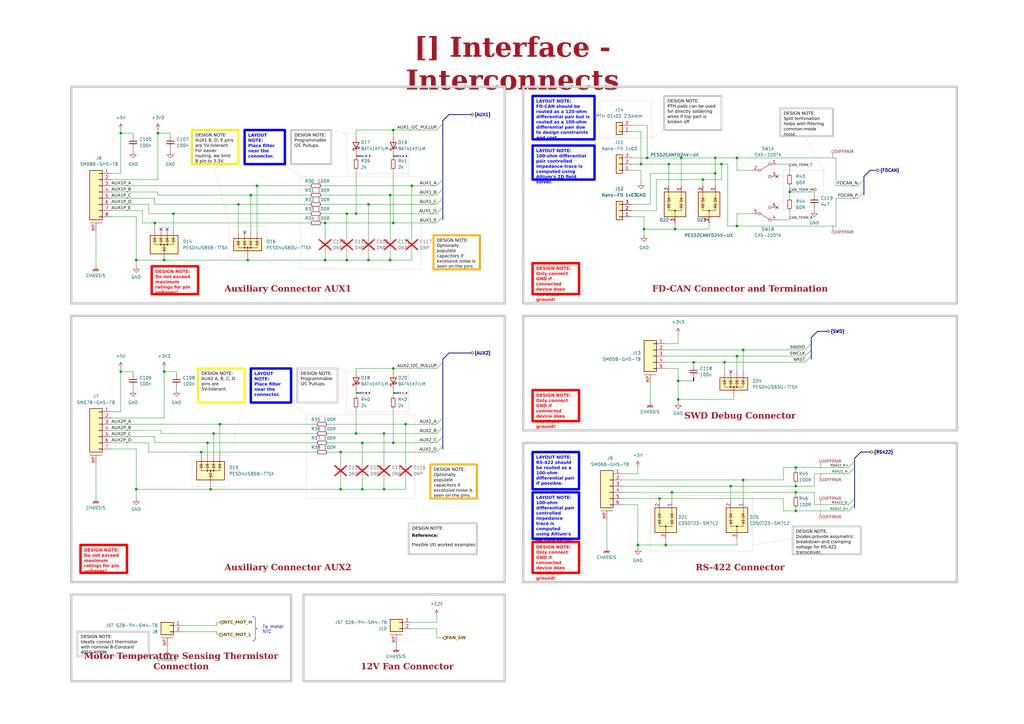
<source format=kicad_sch>
(kicad_sch (version 20230121) (generator eeschema)
  (paper "A3")
  (title_block (title "Interface - Interconnects") (date "2023-10-14") (rev "${REVISION}") (company "${COMPANY}"))
  (junction (at 157.48 200.66))
  (junction (at 49.53 54.61))
  (junction (at 264.16 93.98))
  (junction (at 302.26 64.77))
  (junction (at 326.39 209.55))
  (junction (at 148.59 181.61))
  (junction (at 101.6 106.68))
  (junction (at 64.77 54.61))
  (junction (at 295.91 67.31))
  (junction (at 299.72 199.39))
  (junction (at 157.48 177.8))
  (junction (at 161.29 53.34))
  (junction (at 49.53 152.4))
  (junction (at 278.13 163.83))
  (junction (at 288.29 73.66))
  (junction (at 85.09 181.61))
  (junction (at 293.37 71.12))
  (junction (at 323.85 78.74))
  (junction (at 302.26 92.71))
  (junction (at 166.37 173.99))
  (junction (at 276.86 93.98))
  (junction (at 142.24 106.68))
  (junction (at 302.26 146.05))
  (junction (at 71.12 87.63))
  (junction (at 87.63 177.8))
  (junction (at 63.5 91.44))
  (junction (at 86.36 200.66))
  (junction (at 326.39 201.93))
  (junction (at 279.4 64.77))
  (junction (at 82.55 185.42))
  (junction (at 304.8 143.51))
  (junction (at 133.35 91.44))
  (junction (at 265.43 64.77))
  (junction (at 274.32 67.31))
  (junction (at 146.05 87.63))
  (junction (at 160.02 80.01))
  (junction (at 97.79 83.82))
  (junction (at 151.13 83.82))
  (junction (at 55.88 200.66))
  (junction (at 297.18 148.59))
  (junction (at 275.59 201.93))
  (junction (at 262.89 67.31))
  (junction (at 139.7 185.42))
  (junction (at 55.88 106.68))
  (junction (at 142.24 87.63))
  (junction (at 160.02 106.68))
  (junction (at 161.29 91.44))
  (junction (at 151.13 106.68))
  (junction (at 161.29 181.61))
  (junction (at 102.87 80.01))
  (junction (at 105.41 76.2))
  (junction (at 293.37 64.77))
  (junction (at 284.48 148.59))
  (junction (at 148.59 200.66))
  (junction (at 67.31 106.68))
  (junction (at 273.05 223.52))
  (junction (at 326.39 199.39))
  (junction (at 278.13 156.21))
  (junction (at 146.05 177.8))
  (junction (at 67.31 152.4))
  (junction (at 326.39 191.77))
  (junction (at 133.35 106.68))
  (junction (at 139.7 200.66))
  (junction (at 270.51 204.47))
  (junction (at 168.91 76.2))
  (junction (at 261.62 223.52))
  (junction (at 161.29 151.13))
  (junction (at 90.17 173.99))
  (junction (at 304.8 196.85))
  (no_connect (at 318.77 85.09))
  (no_connect (at 318.77 72.39))
  (no_connect (at 66.04 93.98))
  (no_connect (at 100.33 95.25))
  (no_connect (at 68.58 93.98))
  (no_connect (at 299.72 152.4))
  (bus_entry (at 179.07 151.13) (size 2.54 -2.54))
  (bus_entry (at 330.2 146.05) (size 2.54 -2.54))
  (bus_entry (at 179.07 173.99) (size 2.54 -2.54))
  (bus_entry (at 179.07 177.8) (size 2.54 -2.54))
  (bus_entry (at 179.07 83.82) (size 2.54 -2.54))
  (bus_entry (at 179.07 53.34) (size 2.54 -2.54))
  (bus_entry (at 330.2 148.59) (size 2.54 -2.54))
  (bus_entry (at 347.98 194.31) (size 2.54 -2.54))
  (bus_entry (at 179.07 87.63) (size 2.54 -2.54))
  (bus_entry (at 179.07 80.01) (size 2.54 -2.54))
  (bus_entry (at 179.07 185.42) (size 2.54 -2.54))
  (bus_entry (at 347.98 191.77) (size 2.54 -2.54))
  (bus_entry (at 330.2 143.51) (size 2.54 -2.54))
  (bus_entry (at 351.79 81.28) (size 2.54 -2.54))
  (bus_entry (at 179.07 181.61) (size 2.54 -2.54))
  (bus_entry (at 179.07 91.44) (size 2.54 -2.54))
  (bus_entry (at 347.98 209.55) (size 2.54 -2.54))
  (bus_entry (at 351.79 76.2) (size 2.54 -2.54))
  (bus_entry (at 179.07 76.2) (size 2.54 -2.54))
  (bus_entry (at 347.98 207.01) (size 2.54 -2.54))
  (wire (pts (xy 148.59 181.61) (xy 148.59 190.5)))
  (wire (pts (xy 278.13 163.83) (xy 300.99 163.83)))
  (wire (pts (xy 259.08 53.975) (xy 262.89 53.975)))
  (wire (pts (xy 262.89 67.31) (xy 274.32 67.31)))
  (wire (pts (xy 302.26 223.52) (xy 302.26 220.98)))
  (bus (pts (xy 356.87 69.85) (xy 354.33 72.39)))
  (wire (pts (xy 133.35 106.68) (xy 142.24 106.68)))
  (wire (pts (xy 279.4 64.77) (xy 293.37 64.77)))
  (wire (pts (xy 146.05 151.13) (xy 146.05 152.4)))
  (wire (pts (xy 45.72 86.36) (xy 58.42 86.36)))
  (bus (pts (xy 353.06 185.42) (xy 356.87 185.42)))
  (wire (pts (xy 275.59 201.93) (xy 275.59 205.74)))
  (wire (pts (xy 102.87 80.01) (xy 102.87 95.25)))
  (wire (pts (xy 146.05 69.85) (xy 146.05 87.63)))
  (wire (pts (xy 259.08 88.9) (xy 264.16 88.9)))
  (wire (pts (xy 308.61 87.63) (xy 302.26 87.63)))
  (wire (pts (xy 302.26 146.05) (xy 330.2 146.05)))
  (wire (pts (xy 326.39 191.77) (xy 347.98 191.77)))
  (wire (pts (xy 69.85 55.88) (xy 69.85 54.61)))
  (wire (pts (xy 64.77 80.01) (xy 64.77 78.74)))
  (wire (pts (xy 266.7 83.82) (xy 266.7 71.12)))
  (wire (pts (xy 69.85 62.23) (xy 69.85 60.96)))
  (wire (pts (xy 133.35 91.44) (xy 161.29 91.44)))
  (wire (pts (xy 321.31 196.85) (xy 321.31 191.77)))
  (wire (pts (xy 86.36 200.66) (xy 55.88 200.66)))
  (wire (pts (xy 49.53 151.13) (xy 49.53 152.4)))
  (wire (pts (xy 161.29 167.64) (xy 161.29 181.61)))
  (wire (pts (xy 146.05 53.34) (xy 146.05 55.88)))
  (wire (pts (xy 295.91 73.66) (xy 295.91 67.31)))
  (wire (pts (xy 179.07 255.27) (xy 168.91 255.27)))
  (wire (pts (xy 88.9 255.27) (xy 90.17 255.27)))
  (polyline (pts (xy 119.38 165.1) (xy 125.73 170.18)) (stroke (width 0) (type dot) (color 255 0 0 1)))
  (bus (pts (xy 181.61 50.8) (xy 181.61 73.66)))
  (wire (pts (xy 64.77 53.34) (xy 64.77 54.61)))
  (wire (pts (xy 67.31 151.13) (xy 67.31 152.4)))
  (wire (pts (xy 321.31 204.47) (xy 321.31 209.55)))
  (wire (pts (xy 255.27 201.93) (xy 275.59 201.93)))
  (wire (pts (xy 133.35 106.68) (xy 133.35 102.87)))
  (wire (pts (xy 288.29 73.66) (xy 295.91 73.66)))
  (wire (pts (xy 278.13 151.13) (xy 278.13 156.21)))
  (wire (pts (xy 179.07 252.73) (xy 179.07 255.27)))
  (wire (pts (xy 85.09 181.61) (xy 129.54 181.61)))
  (wire (pts (xy 146.05 160.02) (xy 146.05 162.56)))
  (wire (pts (xy 284.48 148.59) (xy 284.48 149.86)))
  (polyline (pts (xy 116.84 67.31) (xy 123.19 72.39)) (stroke (width 0) (type dot) (color 255 0 0 1)))
  (wire (pts (xy 302.26 64.77) (xy 302.26 69.85)))
  (wire (pts (xy 64.77 80.01) (xy 102.87 80.01)))
  (wire (pts (xy 63.5 91.44) (xy 63.5 93.98)))
  (polyline (pts (xy 104.775 257.175) (xy 104.775 254)))
  (wire (pts (xy 334.01 80.01) (xy 334.01 78.74)))
  (wire (pts (xy 278.13 165.1) (xy 278.13 163.83)))
  (wire (pts (xy 293.37 64.77) (xy 302.26 64.77)))
  (wire (pts (xy 132.08 91.44) (xy 133.35 91.44)))
  (wire (pts (xy 326.39 191.77) (xy 326.39 193.04)))
  (wire (pts (xy 68.58 265.43) (xy 68.58 266.7)))
  (wire (pts (xy 97.79 83.82) (xy 127 83.82)))
  (wire (pts (xy 157.48 177.8) (xy 157.48 190.5)))
  (wire (pts (xy 297.18 148.59) (xy 330.2 148.59)))
  (wire (pts (xy 60.96 83.82) (xy 60.96 87.63)))
  (wire (pts (xy 97.79 83.82) (xy 97.79 95.25)))
  (wire (pts (xy 265.43 51.435) (xy 265.43 64.77)))
  (wire (pts (xy 262.89 69.85) (xy 259.08 69.85)))
  (wire (pts (xy 166.37 173.99) (xy 166.37 190.5)))
  (wire (pts (xy 60.96 181.61) (xy 60.96 185.42)))
  (bus (pts (xy 350.52 187.96) (xy 350.52 189.23)))
  (wire (pts (xy 87.63 177.8) (xy 87.63 186.69)))
  (wire (pts (xy 146.05 151.13) (xy 161.29 151.13)))
  (wire (pts (xy 146.05 177.8) (xy 157.48 177.8)))
  (wire (pts (xy 58.42 91.44) (xy 63.5 91.44)))
  (wire (pts (xy 72.39 152.4) (xy 67.31 152.4)))
  (wire (pts (xy 45.72 181.61) (xy 60.96 181.61)))
  (wire (pts (xy 302.26 152.4) (xy 302.26 146.05)))
  (wire (pts (xy 55.88 106.68) (xy 55.88 88.9)))
  (wire (pts (xy 298.45 92.71) (xy 302.26 92.71)))
  (wire (pts (xy 142.24 106.68) (xy 151.13 106.68)))
  (wire (pts (xy 259.08 67.31) (xy 262.89 67.31)))
  (wire (pts (xy 139.7 200.66) (xy 148.59 200.66)))
  (bus (pts (xy 181.61 88.9) (xy 181.61 90.17)))
  (wire (pts (xy 142.24 87.63) (xy 146.05 87.63)))
  (wire (pts (xy 168.91 76.2) (xy 179.07 76.2)))
  (bus (pts (xy 335.28 135.89) (xy 332.74 138.43)))
  (wire (pts (xy 90.17 173.99) (xy 129.54 173.99)))
  (wire (pts (xy 321.31 209.55) (xy 326.39 209.55)))
  (wire (pts (xy 269.24 86.36) (xy 269.24 73.66)))
  (wire (pts (xy 270.51 204.47) (xy 270.51 205.74)))
  (wire (pts (xy 151.13 106.68) (xy 160.02 106.68)))
  (wire (pts (xy 55.88 88.9) (xy 45.72 88.9)))
  (wire (pts (xy 347.98 194.31) (xy 334.01 194.31)))
  (wire (pts (xy 334.01 85.09) (xy 334.01 86.36)))
  (wire (pts (xy 299.72 199.39) (xy 299.72 205.74)))
  (bus (pts (xy 181.61 179.07) (xy 181.61 182.88)))
  (bus (pts (xy 181.61 182.88) (xy 181.61 184.15)))
  (wire (pts (xy 334.01 199.39) (xy 326.39 199.39)))
  (bus (pts (xy 184.15 144.78) (xy 181.61 147.32)))
  (wire (pts (xy 273.05 148.59) (xy 284.48 148.59)))
  (polyline (pts (xy 138.43 151.13) (xy 142.24 152.4)) (stroke (width 0) (type dot) (color 255 0 0 1)))
  (wire (pts (xy 146.05 53.34) (xy 161.29 53.34)))
  (wire (pts (xy 269.24 73.66) (xy 288.29 73.66)))
  (polyline (pts (xy 135.89 53.34) (xy 142.24 54.61)) (stroke (width 0) (type dot) (color 255 0 0 1)))
  (wire (pts (xy 90.17 173.99) (xy 90.17 186.69)))
  (bus (pts (xy 350.52 191.77) (xy 350.52 204.47)))
  (wire (pts (xy 342.9 76.2) (xy 342.9 64.77)))
  (wire (pts (xy 45.72 179.07) (xy 63.5 179.07)))
  (wire (pts (xy 101.6 106.68) (xy 101.6 105.41)))
  (wire (pts (xy 308.61 69.85) (xy 302.26 69.85)))
  (wire (pts (xy 88.9 260.35) (xy 90.17 260.35)))
  (wire (pts (xy 132.08 87.63) (xy 142.24 87.63)))
  (wire (pts (xy 64.77 54.61) (xy 64.77 73.66)))
  (wire (pts (xy 288.29 73.66) (xy 288.29 76.2)))
  (wire (pts (xy 161.29 181.61) (xy 179.07 181.61)))
  (wire (pts (xy 297.18 148.59) (xy 297.18 152.4)))
  (wire (pts (xy 160.02 80.01) (xy 160.02 97.79)))
  (wire (pts (xy 321.31 191.77) (xy 326.39 191.77)))
  (bus (pts (xy 184.15 46.99) (xy 181.61 49.53)))
  (wire (pts (xy 342.9 92.71) (xy 342.9 81.28)))
  (wire (pts (xy 148.59 200.66) (xy 148.59 195.58)))
  (wire (pts (xy 326.39 209.55) (xy 347.98 209.55)))
  (wire (pts (xy 278.13 163.83) (xy 278.13 156.21)))
  (wire (pts (xy 69.85 54.61) (xy 64.77 54.61)))
  (wire (pts (xy 71.12 87.63) (xy 127 87.63)))
  (wire (pts (xy 161.29 69.85) (xy 161.29 91.44)))
  (wire (pts (xy 304.8 143.51) (xy 304.8 152.4)))
  (wire (pts (xy 279.4 64.77) (xy 279.4 76.2)))
  (polyline (pts (xy 308.61 223.52) (xy 325.12 220.98)) (stroke (width 0) (type dot) (color 255 0 0 1)))
  (wire (pts (xy 55.88 200.66) (xy 55.88 184.15)))
  (wire (pts (xy 326.39 201.93) (xy 326.39 203.2)))
  (polyline (pts (xy 337.82 69.85) (xy 330.2 55.88)) (stroke (width 0) (type dot) (color 255 0 0 1)))
  (wire (pts (xy 139.7 200.66) (xy 139.7 195.58)))
  (wire (pts (xy 146.05 63.5) (xy 146.05 64.77)))
  (wire (pts (xy 304.8 143.51) (xy 330.2 143.51)))
  (polyline (pts (xy 87.63 67.31) (xy 93.98 92.71)) (stroke (width 0) (type dot) (color 255 0 0 1)))
  (wire (pts (xy 63.5 181.61) (xy 63.5 179.07)))
  (wire (pts (xy 262.89 53.975) (xy 262.89 67.31)))
  (wire (pts (xy 278.13 151.13) (xy 273.05 151.13)))
  (wire (pts (xy 323.85 78.74) (xy 323.85 81.28)))
  (wire (pts (xy 54.61 153.67) (xy 54.61 152.4)))
  (wire (pts (xy 85.09 181.61) (xy 85.09 186.69)))
  (wire (pts (xy 45.72 83.82) (xy 60.96 83.82)))
  (polyline (pts (xy 104.77 258.45) (xy 104.77 261.625)))
  (bus (pts (xy 181.61 175.26) (xy 181.61 179.07)))
  (wire (pts (xy 302.26 64.77) (xy 342.9 64.77)))
  (wire (pts (xy 82.55 185.42) (xy 82.55 186.69)))
  (wire (pts (xy 264.16 88.9) (xy 264.16 93.98)))
  (wire (pts (xy 326.39 201.93) (xy 334.01 201.93)))
  (wire (pts (xy 133.35 91.44) (xy 133.35 97.79)))
  (bus (pts (xy 354.33 73.66) (xy 354.33 78.74)))
  (wire (pts (xy 179.07 151.13) (xy 161.29 151.13)))
  (wire (pts (xy 179.07 257.81) (xy 168.91 257.81)))
  (wire (pts (xy 262.89 74.93) (xy 262.89 69.85)))
  (wire (pts (xy 284.48 156.21) (xy 284.48 154.94)) (stroke (width 0.381) (color 0 0 0 1)))
  (wire (pts (xy 54.61 152.4) (xy 49.53 152.4)))
  (wire (pts (xy 273.05 146.05) (xy 302.26 146.05)))
  (wire (pts (xy 157.48 177.8) (xy 179.07 177.8)))
  (wire (pts (xy 261.62 207.01) (xy 261.62 223.52)))
  (wire (pts (xy 161.29 151.13) (xy 161.29 152.4)))
  (wire (pts (xy 67.31 171.45) (xy 45.72 171.45)))
  (wire (pts (xy 151.13 83.82) (xy 179.07 83.82)))
  (wire (pts (xy 323.85 76.2) (xy 323.85 78.74)))
  (wire (pts (xy 132.08 80.01) (xy 160.02 80.01)))
  (wire (pts (xy 166.37 200.66) (xy 166.37 195.58)))
  (wire (pts (xy 49.53 168.91) (xy 45.72 168.91)))
  (wire (pts (xy 323.85 86.36) (xy 323.85 90.17)))
  (bus (pts (xy 193.04 144.78) (xy 184.15 144.78)))
  (wire (pts (xy 142.24 87.63) (xy 142.24 97.79)))
  (wire (pts (xy 166.37 173.99) (xy 179.07 173.99)))
  (wire (pts (xy 295.91 67.31) (xy 298.45 67.31)))
  (wire (pts (xy 261.62 223.52) (xy 273.05 223.52)))
  (wire (pts (xy 87.63 177.8) (xy 129.54 177.8)))
  (wire (pts (xy 278.13 137.16) (xy 278.13 140.97)))
  (wire (pts (xy 139.7 185.42) (xy 139.7 190.5)))
  (wire (pts (xy 72.39 153.67) (xy 72.39 152.4)))
  (wire (pts (xy 161.29 91.44) (xy 179.07 91.44)))
  (wire (pts (xy 88.9 255.27) (xy 88.9 256.54)))
  (wire (pts (xy 157.48 200.66) (xy 166.37 200.66)))
  (wire (pts (xy 54.61 160.02) (xy 54.61 158.75)))
  (wire (pts (xy 58.42 86.36) (xy 58.42 91.44)))
  (bus (pts (xy 332.74 140.97) (xy 332.74 143.51)))
  (wire (pts (xy 45.72 176.53) (xy 66.04 176.53)))
  (wire (pts (xy 63.5 81.28) (xy 63.5 83.82)))
  (wire (pts (xy 49.53 54.61) (xy 49.53 71.12)))
  (bus (pts (xy 181.61 171.45) (xy 181.61 175.26)))
  (wire (pts (xy 334.01 207.01) (xy 334.01 201.93)))
  (wire (pts (xy 54.61 62.23) (xy 54.61 60.96)))
  (polyline (pts (xy 100.33 165.1) (xy 93.98 186.69)) (stroke (width 0) (type dot) (color 255 0 0 1)))
  (wire (pts (xy 276.86 93.98) (xy 276.86 91.44)))
  (wire (pts (xy 284.48 148.59) (xy 297.18 148.59)))
  (wire (pts (xy 134.62 181.61) (xy 148.59 181.61)))
  (wire (pts (xy 105.41 76.2) (xy 127 76.2)))
  (wire (pts (xy 261.62 191.77) (xy 261.62 194.31)))
  (wire (pts (xy 266.7 157.48) (xy 266.7 165.1)))
  (bus (pts (xy 350.52 189.23) (xy 350.52 191.77)))
  (wire (pts (xy 148.59 181.61) (xy 161.29 181.61)))
  (wire (pts (xy 326.39 198.12) (xy 326.39 199.39)))
  (wire (pts (xy 88.9 259.08) (xy 74.93 259.08)))
  (wire (pts (xy 146.05 87.63) (xy 179.07 87.63)))
  (polyline (pts (xy 272.415 53.34) (xy 267.335 56.515)) (stroke (width 0) (type dot) (color 255 0 0 1)))
  (wire (pts (xy 264.16 93.98) (xy 276.86 93.98)))
  (wire (pts (xy 86.36 199.39) (xy 86.36 200.66)))
  (wire (pts (xy 55.88 106.68) (xy 67.31 106.68)))
  (wire (pts (xy 342.9 76.2) (xy 351.79 76.2)))
  (bus (pts (xy 335.28 135.89) (xy 339.09 135.89)))
  (wire (pts (xy 132.08 83.82) (xy 151.13 83.82)))
  (wire (pts (xy 55.88 184.15) (xy 45.72 184.15)))
  (wire (pts (xy 54.61 55.88) (xy 54.61 54.61)))
  (wire (pts (xy 326.39 208.28) (xy 326.39 209.55)))
  (wire (pts (xy 139.7 185.42) (xy 179.07 185.42)))
  (wire (pts (xy 261.62 194.31) (xy 255.27 194.31)))
  (wire (pts (xy 161.29 160.02) (xy 161.29 162.56)))
  (wire (pts (xy 347.98 207.01) (xy 334.01 207.01)))
  (wire (pts (xy 261.62 207.01) (xy 255.27 207.01)))
  (wire (pts (xy 342.9 81.28) (xy 351.79 81.28)))
  (wire (pts (xy 273.05 223.52) (xy 273.05 220.98)))
  (wire (pts (xy 270.51 204.47) (xy 321.31 204.47)))
  (wire (pts (xy 274.32 67.31) (xy 295.91 67.31)))
  (wire (pts (xy 45.72 78.74) (xy 64.77 78.74)))
  (wire (pts (xy 54.61 54.61) (xy 49.53 54.61)))
  (wire (pts (xy 293.37 71.12) (xy 293.37 76.2)))
  (wire (pts (xy 45.72 81.28) (xy 63.5 81.28)))
  (bus (pts (xy 332.74 143.51) (xy 332.74 146.05)))
  (bus (pts (xy 181.61 85.09) (xy 181.61 88.9)))
  (wire (pts (xy 66.04 177.8) (xy 66.04 176.53)))
  (wire (pts (xy 134.62 177.8) (xy 146.05 177.8)))
  (wire (pts (xy 63.5 91.44) (xy 127 91.44)))
  (bus (pts (xy 350.52 204.47) (xy 350.52 207.01)))
  (bus (pts (xy 353.06 185.42) (xy 350.52 187.96)))
  (bus (pts (xy 181.61 147.32) (xy 181.61 148.59)))
  (wire (pts (xy 276.86 93.98) (xy 290.83 93.98)))
  (wire (pts (xy 323.85 78.74) (xy 334.01 78.74)))
  (bus (pts (xy 181.61 49.53) (xy 181.61 50.8)))
  (wire (pts (xy 302.26 92.71) (xy 342.9 92.71)))
  (wire (pts (xy 67.31 152.4) (xy 67.31 171.45)))
  (bus (pts (xy 181.61 77.47) (xy 181.61 81.28)))
  (wire (pts (xy 298.45 67.31) (xy 298.45 92.71)))
  (wire (pts (xy 264.16 93.98) (xy 264.16 96.52)))
  (wire (pts (xy 146.05 167.64) (xy 146.05 177.8)))
  (wire (pts (xy 162.56 264.16) (xy 162.56 265.43)))
  (wire (pts (xy 266.7 71.12) (xy 293.37 71.12)))
  (wire (pts (xy 102.87 80.01) (xy 127 80.01)))
  (wire (pts (xy 39.37 190.5) (xy 39.37 204.47)))
  (wire (pts (xy 86.36 200.66) (xy 139.7 200.66)))
  (wire (pts (xy 45.72 173.99) (xy 90.17 173.99)))
  (wire (pts (xy 60.96 87.63) (xy 71.12 87.63)))
  (wire (pts (xy 82.55 185.42) (xy 129.54 185.42)))
  (wire (pts (xy 49.53 53.34) (xy 49.53 54.61)))
  (wire (pts (xy 293.37 71.12) (xy 293.37 64.77)))
  (wire (pts (xy 181.61 261.62) (xy 179.07 261.62)))
  (wire (pts (xy 148.59 200.66) (xy 157.48 200.66)))
  (wire (pts (xy 63.5 83.82) (xy 97.79 83.82)))
  (wire (pts (xy 55.88 109.22) (xy 55.88 106.68)))
  (wire (pts (xy 151.13 102.87) (xy 151.13 106.68)))
  (wire (pts (xy 39.37 95.25) (xy 39.37 109.22)))
  (wire (pts (xy 60.96 185.42) (xy 82.55 185.42)))
  (wire (pts (xy 265.43 64.77) (xy 279.4 64.77)))
  (wire (pts (xy 255.27 204.47) (xy 270.51 204.47)))
  (wire (pts (xy 299.72 199.39) (xy 326.39 199.39)))
  (wire (pts (xy 161.29 53.34) (xy 161.29 55.88)))
  (wire (pts (xy 134.62 185.42) (xy 139.7 185.42)))
  (wire (pts (xy 334.01 194.31) (xy 334.01 199.39)))
  (wire (pts (xy 88.9 256.54) (xy 74.93 256.54)))
  (wire (pts (xy 278.13 156.21) (xy 284.48 156.21)))
  (wire (pts (xy 275.59 201.93) (xy 326.39 201.93)))
  (wire (pts (xy 179.07 261.62) (xy 179.07 257.81)))
  (wire (pts (xy 157.48 200.66) (xy 157.48 195.58)))
  (wire (pts (xy 168.91 106.68) (xy 168.91 102.87)))
  (wire (pts (xy 67.31 106.68) (xy 101.6 106.68)))
  (wire (pts (xy 72.39 160.02) (xy 72.39 158.75)))
  (wire (pts (xy 304.8 196.85) (xy 304.8 205.74)))
  (wire (pts (xy 63.5 181.61) (xy 85.09 181.61)))
  (bus (pts (xy 354.33 72.39) (xy 354.33 73.66)))
  (wire (pts (xy 45.72 76.2) (xy 105.41 76.2)))
  (wire (pts (xy 55.88 204.47) (xy 55.88 200.66)))
  (wire (pts (xy 151.13 83.82) (xy 151.13 97.79)))
  (wire (pts (xy 101.6 106.68) (xy 133.35 106.68)))
  (bus (pts (xy 181.61 148.59) (xy 181.61 171.45)))
  (wire (pts (xy 179.07 53.34) (xy 161.29 53.34)))
  (bus (pts (xy 354.33 78.74) (xy 354.33 80.01)))
  (wire (pts (xy 161.29 63.5) (xy 161.29 64.77)))
  (wire (pts (xy 134.62 173.99) (xy 166.37 173.99)))
  (wire (pts (xy 302.26 87.63) (xy 302.26 92.71)))
  (bus (pts (xy 332.74 146.05) (xy 332.74 147.32)))
  (wire (pts (xy 278.13 140.97) (xy 273.05 140.97)))
  (wire (pts (xy 71.12 87.63) (xy 71.12 93.98)))
  (wire (pts (xy 160.02 102.87) (xy 160.02 106.68)))
  (wire (pts (xy 259.08 86.36) (xy 269.24 86.36)))
  (wire (pts (xy 274.32 67.31) (xy 274.32 76.2)))
  (wire (pts (xy 273.05 223.52) (xy 302.26 223.52)))
  (wire (pts (xy 323.85 71.12) (xy 323.85 67.31)))
  (wire (pts (xy 273.05 143.51) (xy 304.8 143.51)))
  (bus (pts (xy 193.04 46.99) (xy 184.15 46.99)))
  (wire (pts (xy 248.92 213.36) (xy 248.92 224.79)))
  (bus (pts (xy 332.74 138.43) (xy 332.74 140.97)))
  (wire (pts (xy 304.8 196.85) (xy 321.31 196.85)))
  (wire (pts (xy 259.08 51.435) (xy 265.43 51.435)))
  (wire (pts (xy 323.85 67.31) (xy 318.77 67.31)))
  (wire (pts (xy 160.02 80.01) (xy 179.07 80.01)))
  (bus (pts (xy 181.61 73.66) (xy 181.61 77.47)))
  (wire (pts (xy 168.91 76.2) (xy 168.91 97.79)))
  (bus (pts (xy 356.87 69.85) (xy 359.41 69.85)))
  (wire (pts (xy 49.53 152.4) (xy 49.53 168.91)))
  (wire (pts (xy 259.08 83.82) (xy 266.7 83.82)))
  (wire (pts (xy 105.41 76.2) (xy 105.41 95.25)))
  (wire (pts (xy 255.27 199.39) (xy 299.72 199.39)))
  (wire (pts (xy 323.85 90.17) (xy 318.77 90.17)))
  (wire (pts (xy 88.9 260.35) (xy 88.9 259.08)))
  (bus (pts (xy 350.52 207.01) (xy 350.52 208.28)))
  (wire (pts (xy 160.02 106.68) (xy 168.91 106.68)))
  (wire (pts (xy 259.08 64.77) (xy 265.43 64.77)))
  (wire (pts (xy 66.04 177.8) (xy 87.63 177.8)))
  (bus (pts (xy 181.61 81.28) (xy 181.61 85.09)))
  (wire (pts (xy 64.77 73.66) (xy 45.72 73.66)))
  (wire (pts (xy 49.53 71.12) (xy 45.72 71.12)))
  (wire (pts (xy 290.83 93.98) (xy 290.83 91.44)))
  (wire (pts (xy 261.62 224.79) (xy 261.62 223.52)))
  (wire (pts (xy 300.99 163.83) (xy 300.99 162.56)))
  (wire (pts (xy 255.27 196.85) (xy 304.8 196.85)))
  (wire (pts (xy 132.08 76.2) (xy 168.91 76.2)))
  (wire (pts (xy 142.24 102.87) (xy 142.24 106.68)))
  (rectangle (start 123.19 72.39) (end 172.72 110.49) (stroke (width 0) (type dot) (color 255 0 0 1)))
  (rectangle (start 78.74 186.69) (end 93.98 199.39) (stroke (width 0) (type dot) (color 255 0 0 1)))
  (rectangle (start 124.46 243.84) (end 207.01 279.4) (stroke (width 1) (color 200 200 200 1)))
  (rectangle (start 214.63 181.61) (end 392.43 238.76) (stroke (width 1) (color 200 200 200 1)))
  (rectangle (start 29.21 35.56) (end 207.01 124.46) (stroke (width 1) (color 200 200 200 1)))
  (rectangle (start 142.24 152.4) (end 167.64 168.91) (stroke (width 0) (type dot) (color 255 0 0 1)))
  (arc (start 104.77 258.45) (mid 104.9557 257.9992) (end 105.405 257.815))
  (rectangle (start 29.21 243.84) (end 119.38 279.4) (stroke (width 1) (color 200 200 200 1)))
  (rectangle (start 142.24 54.61) (end 167.64 71.12) (stroke (width 0) (type dot) (color 255 0 0 1)))
  (rectangle (start 266.7 203.2) (end 308.61 226.06) (stroke (width 0) (type dot) (color 255 0 0 1)))
  (arc (start 103.505 252.73) (mid 104.3969 253.1066) (end 104.775 254))
  (rectangle (start 321.31 69.85) (end 337.82 86.36) (stroke (width 0) (type dot) (color 255 0 0 1)))
  (arc (start 105.405 257.815) (mid 104.962 257.6244) (end 104.77 257.18))
  (rectangle (start 214.63 35.56) (end 392.43 124.46) (stroke (width 1) (color 200 200 200 1)))
  (arc (start 104.77 261.625) (mid 104.3963 262.5198) (end 103.5 262.895))
  (rectangle (start 29.21 129.54) (end 207.01 238.76) (stroke (width 1) (color 200 200 200 1)))
  (rectangle (start 245.745 41.275) (end 267.335 56.515) (stroke (width 0) (type dot) (color 255 0 0 1)))
  (rectangle (start 93.98 92.71) (end 109.22 105.41) (stroke (width 0) (type dot) (color 255 0 0 1)))
  (rectangle (start 214.63 129.54) (end 392.43 176.53) (stroke (width 1) (color 200 200 200 1)))
  (rectangle (start 125.73 170.18) (end 170.18 204.47) (stroke (width 0) (type dot) (color 255 0 0 1)))
  (text_box "DESIGN NOTE:\nPTH pads can be used for directly soldering wires if top part is broken off." (at 272.415 39.37 0) (size 23.495 13.97) (stroke (width 0.8) (color 200 200 200 1)) (effects (font (size 1.27 1.27)) (justify left top)))
  (text_box "DESIGN NOTE:\nOnly connect GND if connected device does not share ground!" (at 218.44 160.02 0) (size 19.05 12.7) (stroke (width 1) (color 255 0 0 1)) (effects (font (size 1.27 1.27) (thickness 0.4) bold) (justify left top)))
  (text_box "12V Fan Connector" (at 128.27 267.97 0) (size 77.47 8.89) (stroke (width -0.0001)) (effects (font (size 2.54 2.54) (thickness 0.508) bold) (justify bottom)))
  (text_box "[${#}] ${TITLE}" (at 133.35 20.32 0) (size 153.67 12.7) (stroke (width -0.0001)) (effects (font (size 8 8) (thickness 1.2) bold)))
  (text_box "DESIGN NOTE:\nDo not exceed maximum ratings for pin voltages!" (at 33.02 223.52 0) (size 19.05 11.43) (stroke (width 1) (color 255 0 0 1)) (effects (font (size 1.27 1.27) (thickness 0.4) bold) (justify left top)))
  (text_box "DESIGN NOTE:\nDiodes provide assymetric breakdown and clamping voltage for RS-422 transceiver." (at 325.12 215.9 0) (size 27.94 11.43) (stroke (width 0.8) (color 200 200 200 1)) (effects (font (size 1.27 1.27)) (justify left top)))
  (text_box "Auxiliary Connector AUX1" (at 30.48 113.03 0) (size 175.26 8.89) (stroke (width -0.0001)) (effects (font (size 2.54 2.54) (thickness 0.508) bold) (justify bottom)))
  (text_box "DESIGN NOTE:\nAUX2 A, B, C, D pins are 5V-tolerant." (at 81.28 151.13 0) (size 19.05 13.97) (stroke (width 0.8) (color 250 236 0 1)) (effects (font (size 1.27 1.27)) (justify left top)))
  (text_box "DESIGN NOTE:\nSplit termination helps with filtering common-mode noise." (at 320.04 44.45 0) (size 21.59 11.43) (stroke (width 0.8) (color 200 200 200 1)) (effects (font (size 1.27 1.27)) (justify left top)))
  (text_box "DESIGN NOTE:\nProgrammable I2C Pullups." (at 121.92 151.13 0) (size 16.51 13.97) (stroke (width 0.8) (color 200 200 200 1)) (effects (font (size 1.27 1.27)) (justify left top)))
  (text_box "Auxiliary Connector AUX2" (at 30.48 227.33 0) (size 175.26 8.89) (stroke (width -0.0001)) (effects (font (size 2.54 2.54) (thickness 0.508) bold) (justify bottom)))
  (text_box "FD-CAN Connector and Termination" (at 215.9 113.03 0) (size 175.26 8.89) (stroke (width -0.0001)) (effects (font (size 2.54 2.54) (thickness 0.508) bold) (justify bottom)))
  (text_box "DESIGN NOTE:\nOptionally populate capacitors if excessive noise is seen on the pins." (at 177.8 96.52 0) (size 19.05 13.97) (stroke (width 0.8) (color 255 165 0 1)) (effects (font (size 1.27 1.27)) (justify left top)))
  (text_box "Motor Temperature Sensing Thermistor Connection" (at 30.48 267.97 0) (size 87.63 8.89) (stroke (width -0.0001)) (effects (font (size 2.54 2.54) (thickness 0.508) bold) (justify bottom)))
  (text_box "To motor NTC" (at 106.68 255.27 0) (size 11.43 5.715) (stroke (width -0.0001)) (effects (font (size 1.27 1.27)) (justify left top)))
  (text_box "LAYOUT NOTE:\nRS-422 should be routed as a 100-ohm differential pair if possible." (at 218.44 185.42 0) (size 19.05 15.24) (stroke (width 1) (color 0 0 255 1)) (effects (font (size 1.27 1.27) (thickness 0.4) bold) (justify left top)))
  (text_box "LAYOUT NOTE:\n100-ohm differential pair controlled impedance trace is computed using Altium's 2D field solver." (at 218.44 59.69 0) (size 25.4 13.97) (stroke (width 1) (color 0 0 255 1)) (effects (font (size 1.27 1.27) (thickness 0.4) bold) (justify left top)))
  (text_box "LAYOUT NOTE:\n100-ohm differential pair controlled impedance trace is computed using Altium's 2D field solver." (at 218.44 201.93 0) (size 19.05 19.05) (stroke (width 1) (color 0 0 255 1)) (effects (font (size 1.27 1.27) (thickness 0.4) bold) (justify left top)))
  (text_box "DESIGN NOTE:\nOptionally populate capacitors if excessive noise is seen on the pins." (at 176.53 190.5 0) (size 19.05 13.97) (stroke (width 0.8) (color 255 165 0 1)) (effects (font (size 1.27 1.27)) (justify left top)))
  (text_box "DESIGN NOTE:\nOnly connect GND if connected device does not share ground!" (at 218.44 222.25 0) (size 19.05 12.7) (stroke (width 1) (color 255 0 0 1)) (effects (font (size 1.27 1.27) (thickness 0.4) bold) (justify left top)))
  (text_box "SWD Debug Connector" (at 215.9 165.1 0) (size 175.26 8.89) (stroke (width -0.0001)) (effects (font (size 2.54 2.54) (thickness 0.508) bold) (justify bottom)))
  (text_box "DESIGN NOTE:\nDo not exceed maximum ratings for pin voltages!" (at 62.23 109.22 0) (size 19.05 11.43) (stroke (width 1) (color 255 0 0 1)) (effects (font (size 1.27 1.27) (thickness 0.4) bold) (justify left top)))
  (text_box "DESIGN NOTE:\nAUX1 B, D, E pins are 5V-tolerant. For easier routing, we limit B pin to 3.3V." (at 78.74 53.34 0) (size 19.05 13.97) (stroke (width 0.8) (color 250 236 0 1)) (effects (font (size 1.27 1.27)) (justify left top)))
  (text_box "DESIGN NOTE:\nIdeally connect thermistor with nominal B-Constant 4050-4099K" (at 31.75 259.08 0) (size 29.21 10.16) (stroke (width 0.8) (color 200 200 200 1)) (effects (font (size 1.27 1.27)) (justify left top)))
  (text_box "RS-422 Connector" (at 215.9 227.33 0) (size 175.26 8.89) (stroke (width -0.0001)) (effects (font (size 2.54 2.54) (thickness 0.508) bold) (justify bottom)))
  (text_box "DESIGN NOTE:\nOnly connect GND if connected device does not share ground!" (at 218.44 107.95 0) (size 19.05 12.7) (stroke (width 1) (color 255 0 0 1)) (effects (font (size 1.27 1.27) (thickness 0.4) bold) (justify left top)))
  (text_box "DESIGN NOTE:\n" (at 167.64 214.63 0) (size 27.94 12.7) (stroke (width 0.8) (color 200 200 200 1)) (effects (font (size 1.27 1.27)) (justify left top)))
  (text_box "LAYOUT NOTE:\nPlace filter near the connector." (at 100.33 53.34 0) (size 16.51 13.97) (stroke (width 1) (color 0 0 255 1)) (effects (font (size 1.27 1.27) (thickness 0.4) bold) (justify left top)))
  (text_box "LAYOUT NOTE:\nFD-CAN should be routed as a 120-ohm differential pair but is routed as a 100-ohm differential pair due to design constraints and cost." (at 218.44 39.37 0) (size 25.4 17.78) (stroke (width 1) (color 0 0 255 1)) (effects (font (size 1.27 1.27) (thickness 0.4) bold) (justify left top)))
  (text_box "DESIGN NOTE:\nProgrammable I2C Pullups." (at 119.38 53.34 0) (size 16.51 13.97) (stroke (width 0.8) (color 200 200 200 1)) (effects (font (size 1.27 1.27)) (justify left top)))
  (text_box "LAYOUT NOTE:\nPlace filter near the connector." (at 102.87 151.13 0) (size 16.51 13.97) (stroke (width 1) (color 0 0 255 1)) (effects (font (size 1.27 1.27) (thickness 0.4) bold) (justify left top)))
  (text "Reference:" (at 168.91 220.98 0) (effects (font (size 1.27 1.27) bold) (justify left bottom)))
  (text "Flexible I/O worked examples" (at 168.91 224.79 0) (effects (font (size 1.27 1.27)) (justify left bottom)))
  (label "AUX2_C" (at 179.07 181.61 180))
  (label "NRST" (at 330.2 148.59 180))
  (label "AUX1P_C" (at 45.72 81.28 0))
  (label "AUX1_D" (at 179.07 87.63 180))
  (label "AUX2_B" (at 179.07 177.8 180))
  (label "AUX1_I2C_PULLUP" (at 179.07 53.34 180))
  (label "FDCAN_N" (at 351.79 76.2 180))
  (label "AUX2P_B" (at 45.72 176.53 0))
  (label "AUX2_D" (at 179.07 185.42 180))
  (label "AUX1P_E" (at 45.72 86.36 0))
  (label "AUX2P_C" (at 45.72 179.07 0))
  (label "AUX2_B_K" (at 146.05 161.925 0) (effects (font (size 0.762 0.762) bold)))
  (label "AUX1P_B" (at 45.72 78.74 0))
  (label "SWCLK" (at 330.2 146.05 180))
  (label "RS422_R+" (at 347.98 191.77 180) (effects (font (size 1 1))))
  (label "RS422_D-" (at 347.98 207.01 180) (effects (font (size 1 1))))
  (label "CAN_TERM_B" (at 323.85 90.17 0) (effects (font (size 1.016 1.016))))
  (label "AUX2_A" (at 179.07 173.99 180))
  (label "AUX1_D_K" (at 146.05 64.77 0) (effects (font (size 0.762 0.762) bold)))
  (label "AUX2P_A" (at 45.72 173.99 0))
  (label "AUX2P_D" (at 45.72 181.61 0))
  (label "AUX1_B" (at 179.07 80.01 180))
  (label "AUX2_I2C_PULLUP" (at 179.07 151.13 180))
  (label "AUX1P_D" (at 45.72 83.82 0))
  (label "CAN_TERM_T" (at 323.85 68.58 0) (effects (font (size 1.016 1.016))))
  (label "AUX1_C" (at 179.07 83.82 180))
  (label "AUX1_E" (at 179.07 91.44 180))
  (label "RS422_D+" (at 347.98 209.55 180) (effects (font (size 1 1))))
  (label "RS422_R-" (at 347.98 194.31 180) (effects (font (size 1 1))))
  (label "AUX2_C_K" (at 161.29 161.925 0) (effects (font (size 0.762 0.762) bold)))
  (label "AUX1P_A" (at 45.72 76.2 0))
  (label "CAN_TERM_MID" (at 323.85 78.74 0) (effects (font (size 1.016 1.016))))
  (label "FDCAN_P" (at 351.79 81.28 180))
  (label "SWDIO" (at 330.2 143.51 180))
  (label "AUX1_E_K" (at 161.29 64.77 0) (effects (font (size 0.762 0.762) bold)))
  (label "AUX1_A" (at 179.07 76.2 180))
  (hierarchical_label "NTC_MOT_L" (shape output) (at 90.17 260.35 0) (effects (font bold)))
  (hierarchical_label "{RS422}" (shape bidirectional) (at 356.87 185.42 0) (effects (font bold)))
  (hierarchical_label "{SWD}" (shape bidirectional) (at 339.09 135.89 0) (effects (font bold)))
  (hierarchical_label "{AUX1}" (shape bidirectional) (at 193.04 46.99 0) (effects (font bold)))
  (hierarchical_label "{FDCAN}" (shape bidirectional) (at 359.41 69.85 0) (effects (font bold)))
  (hierarchical_label "NTC_MOT_H" (shape input) (at 90.17 255.27 0) (effects (font bold)))
  (hierarchical_label "{AUX2}" (shape bidirectional) (at 193.04 144.78 0) (effects (font bold)))
  (hierarchical_label "FAN_SW" (shape input) (at 181.61 261.62 0) (effects (font bold)))
  (netclass_flag "" (length 2.54) (shape round) (at 336.55 207.01 0) (property "RS422 Diff Pair" "DIFFPAIR" (at 337.2485 204.47 0) (effects (font italic) (justify left))))
  (netclass_flag "" (length 2.54) (shape round) (at 336.55 191.77 0) (property "RS422 Diff Pair" "DIFFPAIR" (at 337.2485 189.23 0) (effects (font italic) (justify left))))
  (netclass_flag "" (length 2.54) (shape round) (at 341.63 92.71 180) (property "CAN Bus" "DIFFPAIR" (at 342.3285 95.25 0) (effects (font italic) (justify left))))
  (netclass_flag "" (length 2.54) (shape round) (at 336.55 194.31 180) (property "RS422 Diff Pair" "DIFFPAIR" (at 337.2485 196.85 0) (effects (font italic) (justify left))))
  (netclass_flag "" (length 2.54) (shape round) (at 336.55 209.55 180) (property "RS422 Diff Pair" "DIFFPAIR" (at 337.2485 212.09 0) (effects (font italic) (justify left))))
  (netclass_flag "" (length 2.54) (shape round) (at 341.63 64.77 0) (property "CAN Bus" "DIFFPAIR" (at 342.3285 62.23 0) (effects (font italic) (justify left))))
  (symbol (lib_id "0_power_protection:PESD4USB5B-TTSX") (at 86.36 191.77 0) (unit 1)
    (property "Reference" "D15" (at 93.98 191.77 0) (effects (justify left)))
    (property "Value" "PESD4USB5B-TTSX" (at 93.98 194.31 0) (effects (justify left)))
    (property "Footprint" "0_package_DFN_QFN:DFN2510-D10" (effects hide))
    (property "Datasheet" "https://assets.nexperia.com/documents/data-sheet/PESD4USB5B-TTS.pdf" (effects hide))
  )
  (symbol (lib_id "Device:C_Small") (at 69.85 58.42 0) (unit 1)
    (property "Reference" "C107" (at 72.39 57.1563 0) (effects (justify left)))
    (property "Value" "100n" (at 72.39 59.6963 0) (effects (justify left)))
    (property "Footprint" "0_capacitor_smd:C_0402_1005_DensityHigh" (effects hide))
  )
  (symbol (lib_id "0_power_symbols:CHASSIS") (at 39.37 109.22 0) (unit 1)
    (property "Reference" "#PWR061" (effects hide))
    (property "Value" "CHASSIS" (at 39.243 113.03 0))
  )
  (symbol (lib_id "0_power_protection:CDSOT23-SM712") (at 273.05 218.44 0) (mirror y) (unit 1)
    (property "Reference" "D21" (at 278.13 212.09 0) (effects (justify right)))
    (property "Value" "CDSOT23-SM712" (at 278.13 214.63 0) (effects (justify right)))
    (property "Footprint" "0_package_SOT_TO_SMD:SOT95P230X117-3N" (effects hide))
    (property "Datasheet" "https://www.mouser.ch/datasheet/2/54/CDSOT23_SM712-1635169.pdf" (effects hide))
  )
  (symbol (lib_name "BAT41KFILM_1") (lib_id "0_diode:BAT41KFILM") (at 161.29 59.69 90) (unit 1)
    (property "Reference" "D19" (at 163.195 58.42 90) (effects (justify right)))
    (property "Value" "BAT41KFILM" (at 163.195 60.96 90) (effects (justify right)))
    (property "Footprint" "0_diode_smd:D_SOD-523" (effects hide))
    (property "Datasheet" "https://www.mouser.ch/datasheet/2/389/bat41-1848934.pdf" (effects hide))
  )
  (symbol (lib_id "Device:C_Small") (at 334.01 82.55 0) (unit 1)
    (property "Reference" "C119" (at 336.55 81.2863 0) (effects (justify left)))
    (property "Value" "4u7" (at 336.55 83.8263 0) (effects (justify left)))
    (property "Footprint" "0_capacitor_smd:C_0402_1005_DensityHigh" (effects hide))
  )
  (symbol (lib_id "Device:R_Small") (at 146.05 67.31 0) (unit 1)
    (property "Reference" "R39" (at 147.955 66.04 0) (effects (justify left)))
    (property "Value" "2k" (at 147.955 68.58 0) (effects (justify left)))
    (property "Footprint" "0_resistor_smd:R_0402_1005_DensityHigh" (effects hide))
  )
  (symbol (lib_id "Device:R_Small") (at 323.85 83.82 0) (unit 1)
    (property "Reference" "R44" (at 326.39 82.55 0) (effects (justify left)))
    (property "Value" "60R" (at 326.39 85.09 0) (effects (justify left)))
    (property "Footprint" "0_resistor_smd:R_0603_1608_DensityHigh" (effects hide))
  )
  (symbol (lib_id "Device:C_Small") (at 160.02 100.33 0) (unit 1) (in_bom no) (dnp yes)
    (property "Reference" "C115" (at 163.195 99.0663 0) (effects (justify left)))
    (property "Value" "DNP" (at 163.195 101.6063 0) (effects (justify left)))
    (property "Footprint" "0_capacitor_smd:C_0402_1005_DensityHigh" (effects hide))
  )
  (symbol (lib_id "Device:R_Small") (at 129.54 83.82 90) (unit 1)
    (property "Reference" "R32" (at 127 81.915 90))
    (property "Value" "100R" (at 132.715 81.915 90))
    (property "Footprint" "0_resistor_smd:R_0402_1005_DensityHigh" (effects hide))
  )
  (symbol (lib_id "0_connectors:Conn_01x06_Mounting") (at 250.19 199.39 0) (mirror y) (unit 1)
    (property "Reference" "J9" (at 250.19 187.96 0))
    (property "Value" "SM06B-GHS-TB" (at 250.19 190.5 0))
    (property "Footprint" "0_connectors:JST_GH_SM06B-GHS-TB_1x06-1MP_P1.25mm_Horizontal" (effects hide))
  )
  (symbol (lib_id "power:+3V3") (at 64.77 53.34 0) (unit 1)
    (property "Reference" "#PWR069" (effects hide))
    (property "Value" "+3V3" (at 64.77 48.26 0))
  )
  (symbol (lib_id "power:GND") (at 262.89 74.93 0) (unit 1)
    (property "Reference" "#PWR078" (effects hide))
    (property "Value" "GND" (at 262.89 80.01 0))
  )
  (symbol (lib_id "power:+3V3") (at 67.31 151.13 0) (unit 1)
    (property "Reference" "#PWR070" (effects hide))
    (property "Value" "+3V3" (at 67.31 146.05 0))
  )
  (symbol (lib_id "power:+5V") (at 49.53 151.13 0) (unit 1)
    (property "Reference" "#PWR064" (effects hide))
    (property "Value" "+5V" (at 49.53 146.05 0))
  )
  (symbol (lib_name "PESD4USB5B-TTSX_1_1") (lib_id "0_power_protection:PESD4USB5B-TTSX_1") (at 300.99 157.48 0) (unit 1)
    (property "Reference" "D24" (at 308.61 156.21 0) (effects (justify left)))
    (property "Value" "PESD4USB3U-TTSX" (at 308.61 158.75 0) (effects (justify left)))
    (property "Footprint" "0_package_DFN_QFN:DFN2510-D10" (effects hide))
    (property "Datasheet" "https://assets.nexperia.com/documents/data-sheet/PESD4USB3U-TTS.pdf" (effects hide))
  )
  (symbol (lib_id "power:GND") (at 264.16 96.52 0) (unit 1)
    (property "Reference" "#PWR079" (effects hide))
    (property "Value" "GND" (at 264.16 101.6 0))
  )
  (symbol (lib_id "0_power_symbols:CHASSIS") (at 266.7 165.1 0) (unit 1)
    (property "Reference" "#PWR080" (effects hide))
    (property "Value" "CHASSIS" (at 266.573 168.91 0))
  )
  (symbol (lib_name "BAT41KFILM_1") (lib_id "0_diode:BAT41KFILM") (at 146.05 156.21 90) (unit 1)
    (property "Reference" "D18" (at 147.955 154.94 90) (effects (justify right)))
    (property "Value" "BAT41KFILM" (at 147.955 157.48 90) (effects (justify right)))
    (property "Footprint" "0_diode_smd:D_SOD-523" (effects hide))
    (property "Datasheet" "https://www.mouser.ch/datasheet/2/389/bat41-1848934.pdf" (effects hide))
  )
  (symbol (lib_id "Device:C_Small") (at 142.24 100.33 0) (unit 1) (in_bom no) (dnp yes)
    (property "Reference" "C111" (at 145.415 99.0663 0) (effects (justify left)))
    (property "Value" "DNP" (at 145.415 101.6063 0) (effects (justify left)))
    (property "Footprint" "0_capacitor_smd:C_0402_1005_DensityHigh" (effects hide))
  )
  (symbol (lib_id "power:+5V") (at 49.53 53.34 0) (unit 1)
    (property "Reference" "#PWR063" (effects hide))
    (property "Value" "+5V" (at 49.53 48.26 0))
  )
  (symbol (lib_id "0_power_protection:PESD2CANFD24V-UX") (at 290.83 83.185 0) (unit 1)
    (property "Reference" "D23" (at 285.75 90.17 0) (effects (justify left)))
    (property "Value" "PESD2CANFD24V-UX" (at 280.67 96.52 0) (effects (justify left)))
    (property "Footprint" "0_package_SOT_TO_SMD:SOT95P230X117-3N" (effects hide))
    (property "Datasheet" "https://assets.nexperia.com/documents/data-sheet/PESD2CANFD24V-U.pdf" (effects hide))
  )
  (symbol (lib_id "0_power_protection:PESD2CANFD24V-UX") (at 276.86 83.185 0) (unit 1)
    (property "Reference" "D22" (at 270.51 90.17 0) (effects (justify left)))
    (property "Value" "PESD2CANFD24V-UX" (at 266.7 63.5 0) (effects (justify left)))
    (property "Footprint" "0_package_SOT_TO_SMD:SOT95P230X117-3N" (effects hide))
    (property "Datasheet" "https://assets.nexperia.com/documents/data-sheet/PESD2CANFD24V-U.pdf" (effects hide))
  )
  (symbol (lib_id "0_connectors:Conn_01x07_Mounting") (at 40.64 176.53 0) (mirror y) (unit 1)
    (property "Reference" "J7" (at 39.37 162.56 0))
    (property "Value" "SM07B-GHS-TB" (at 39.37 165.1 0))
    (property "Footprint" "0_connectors:JST_GH_SM07B-GHS-TB_1x07-1MP_P1.25mm_Horizontal" (effects hide))
  )
  (symbol (lib_id "Device:R_Small") (at 132.08 177.8 90) (unit 1)
    (property "Reference" "R36" (at 129.54 175.895 90))
    (property "Value" "100R" (at 135.255 175.895 90))
    (property "Footprint" "0_resistor_smd:R_0402_1005_DensityHigh" (effects hide))
  )
  (symbol (lib_id "Device:C_Small") (at 133.35 100.33 0) (unit 1) (in_bom no) (dnp yes)
    (property "Reference" "C109" (at 136.525 99.0663 0) (effects (justify left)))
    (property "Value" "DNP" (at 136.525 101.6063 0) (effects (justify left)))
    (property "Footprint" "0_capacitor_smd:C_0402_1005_DensityHigh" (effects hide))
  )
  (symbol (lib_id "0_power_symbols:CHASSIS") (at 68.58 266.7 0) (unit 1)
    (property "Reference" "#PWR073" (effects hide))
    (property "Value" "CHASSIS" (at 68.453 270.51 0))
  )
  (symbol (lib_id "Device:C_Small") (at 139.7 193.04 0) (unit 1) (in_bom no) (dnp yes)
    (property "Reference" "C110" (at 142.875 191.7763 0) (effects (justify left)))
    (property "Value" "DNP" (at 142.875 194.3163 0) (effects (justify left)))
    (property "Footprint" "0_capacitor_smd:C_0402_1005_DensityHigh" (effects hide))
  )
  (symbol (lib_id "power:GND") (at 55.88 204.47 0) (unit 1)
    (property "Reference" "#PWR068" (effects hide))
    (property "Value" "GND" (at 55.88 208.915 0))
  )
  (symbol (lib_id "power:+3V3") (at 278.13 137.16 0) (mirror y) (unit 1)
    (property "Reference" "#PWR082" (effects hide))
    (property "Value" "+3V3" (at 278.13 132.08 0))
  )
  (symbol (lib_id "Device:C_Small") (at 54.61 58.42 0) (unit 1)
    (property "Reference" "C105" (at 57.15 57.1563 0) (effects (justify left)))
    (property "Value" "100n" (at 57.15 59.6963 0) (effects (justify left)))
    (property "Footprint" "0_capacitor_smd:C_0402_1005_DensityHigh" (effects hide))
  )
  (symbol (lib_name "BAT41KFILM_1") (lib_id "0_diode:BAT41KFILM") (at 146.05 59.69 90) (unit 1)
    (property "Reference" "D17" (at 147.955 58.42 90) (effects (justify right)))
    (property "Value" "BAT41KFILM" (at 147.955 60.96 90) (effects (justify right)))
    (property "Footprint" "0_diode_smd:D_SOD-523" (effects hide))
    (property "Datasheet" "https://www.mouser.ch/datasheet/2/389/bat41-1848934.pdf" (effects hide))
  )
  (symbol (lib_id "Device:R_Small") (at 132.08 185.42 90) (unit 1)
    (property "Reference" "R38" (at 129.54 183.515 90))
    (property "Value" "100R" (at 135.255 183.515 90))
    (property "Footprint" "0_resistor_smd:R_0402_1005_DensityHigh" (effects hide))
  )
  (symbol (lib_id "Connector_Generic:Conn_01x03") (at 254 67.31 180) (unit 1)
    (property "Reference" "J11" (at 254 58.42 0))
    (property "Value" "Nano-Fit 1x03" (at 254 60.96 0))
    (property "Footprint" "0_connectors:1054301203" (effects hide))
  )
  (symbol (lib_id "Device:R_Small") (at 161.29 165.1 0) (unit 1)
    (property "Reference" "R42" (at 163.195 163.83 0) (effects (justify left)))
    (property "Value" "2k" (at 163.195 166.37 0) (effects (justify left)))
    (property "Footprint" "0_resistor_smd:R_0402_1005_DensityHigh" (effects hide))
  )
  (symbol (lib_id "power:GND") (at 69.85 62.23 0) (unit 1)
    (property "Reference" "#PWR071" (effects hide))
    (property "Value" "GND" (at 69.85 67.31 0))
  )
  (symbol (lib_id "Device:R_Small") (at 326.39 195.58 0) (unit 1)
    (property "Reference" "R45" (at 327.66 194.31 0) (effects (justify left)))
    (property "Value" "100R" (at 327.66 196.85 0) (effects (justify left)))
    (property "Footprint" "0_resistor_smd:R_0402_1005_DensityHigh" (effects hide))
  )
  (symbol (lib_id "Device:R_Small") (at 129.54 87.63 90) (unit 1)
    (property "Reference" "R33" (at 127 85.725 90))
    (property "Value" "100R" (at 132.715 85.725 90))
    (property "Footprint" "0_resistor_smd:R_0402_1005_DensityHigh" (effects hide))
  )
  (symbol (lib_id "power:GND") (at 54.61 62.23 0) (unit 1)
    (property "Reference" "#PWR065" (effects hide))
    (property "Value" "GND" (at 54.61 67.31 0))
  )
  (symbol (lib_id "Device:R_Small") (at 129.54 91.44 90) (unit 1)
    (property "Reference" "R34" (at 127 89.535 90))
    (property "Value" "100R" (at 132.715 89.535 90))
    (property "Footprint" "0_resistor_smd:R_0402_1005_DensityHigh" (effects hide))
  )
  (symbol (lib_id "0_power_symbols:CHASSIS") (at 248.92 224.79 0) (unit 1)
    (property "Reference" "#PWR074" (effects hide))
    (property "Value" "CHASSIS" (at 248.793 228.6 0))
  )
  (symbol (lib_id "power:GND") (at 278.13 165.1 0) (unit 1)
    (property "Reference" "#PWR083" (effects hide))
    (property "Value" "GND" (at 278.13 169.545 0))
  )
  (symbol (lib_id "Device:R_Small") (at 146.05 165.1 0) (unit 1)
    (property "Reference" "R40" (at 147.955 163.83 0) (effects (justify left)))
    (property "Value" "2k" (at 147.955 166.37 0) (effects (justify left)))
    (property "Footprint" "0_resistor_smd:R_0402_1005_DensityHigh" (effects hide))
  )
  (symbol (lib_id "Device:C_Small") (at 151.13 100.33 0) (unit 1) (in_bom no) (dnp yes)
    (property "Reference" "C113" (at 154.305 99.0663 0) (effects (justify left)))
    (property "Value" "DNP" (at 154.305 101.6063 0) (effects (justify left)))
    (property "Footprint" "0_capacitor_smd:C_0402_1005_DensityHigh" (effects hide))
  )
  (symbol (lib_id "Device:R_Small") (at 323.85 73.66 0) (unit 1)
    (property "Reference" "R43" (at 326.39 72.39 0) (effects (justify left)))
    (property "Value" "60R" (at 326.39 74.93 0) (effects (justify left)))
    (property "Footprint" "0_resistor_smd:R_0603_1608_DensityHigh" (effects hide))
  )
  (symbol (lib_id "Device:C_Small") (at 148.59 193.04 0) (unit 1) (in_bom no) (dnp yes)
    (property "Reference" "C112" (at 151.765 191.7763 0) (effects (justify left)))
    (property "Value" "DNP" (at 151.765 194.3163 0) (effects (justify left)))
    (property "Footprint" "0_capacitor_smd:C_0402_1005_DensityHigh" (effects hide))
  )
  (symbol (lib_id "Connector_Generic:Conn_01x03") (at 254 86.36 180) (unit 1)
    (property "Reference" "J12" (at 254 77.47 0))
    (property "Value" "Nano-Fit 1x03" (at 254 80.01 0))
    (property "Footprint" "0_connectors:1054301203" (effects hide))
  )
  (symbol (lib_id "0_power_symbols:CHASSIS") (at 39.37 204.47 0) (unit 1)
    (property "Reference" "#PWR062" (effects hide))
    (property "Value" "CHASSIS" (at 39.243 208.28 0))
  )
  (symbol (lib_id "Device:C_Small") (at 72.39 156.21 0) (unit 1)
    (property "Reference" "C108" (at 74.93 154.9463 0) (effects (justify left)))
    (property "Value" "100n" (at 74.93 157.4863 0) (effects (justify left)))
    (property "Footprint" "0_capacitor_smd:C_0402_1005_DensityHigh" (effects hide))
  )
  (symbol (lib_id "Device:C_Small") (at 54.61 156.21 0) (unit 1)
    (property "Reference" "C106" (at 57.15 154.9463 0) (effects (justify left)))
    (property "Value" "100n" (at 57.15 157.4863 0) (effects (justify left)))
    (property "Footprint" "0_capacitor_smd:C_0402_1005_DensityHigh" (effects hide))
  )
  (symbol (lib_id "Device:R_Small") (at 129.54 76.2 90) (unit 1)
    (property "Reference" "R30" (at 127 74.295 90))
    (property "Value" "100R" (at 132.715 74.295 90))
    (property "Footprint" "0_resistor_smd:R_0402_1005_DensityHigh" (effects hide))
  )
  (symbol (lib_id "power:GND") (at 54.61 160.02 0) (unit 1)
    (property "Reference" "#PWR066" (effects hide))
    (property "Value" "GND" (at 54.61 165.1 0))
  )
  (symbol (lib_id "power:GND") (at 72.39 160.02 0) (unit 1)
    (property "Reference" "#PWR072" (effects hide))
    (property "Value" "GND" (at 72.39 165.1 0))
  )
  (symbol (lib_id "0_power_protection:PESD4USB5B-TTSX_1") (at 101.6 100.33 0) (unit 1)
    (property "Reference" "D16" (at 109.22 99.06 0) (effects (justify left)))
    (property "Value" "PESD4USB3U-TTSX" (at 109.22 101.6 0) (effects (justify left)))
    (property "Footprint" "0_package_DFN_QFN:DFN2510-D10" (effects hide))
    (property "Datasheet" "https://assets.nexperia.com/documents/data-sheet/PESD4USB3U-TTS.pdf" (effects hide))
  )
  (symbol (lib_id "Switch:SW_DPDT_x2") (at 313.69 69.85 0) (unit 1)
    (property "Reference" "SW1" (at 314.96 60.96 0))
    (property "Value" "CAS-220TA" (at 314.96 63.5 0))
    (property "Footprint" "0_switch_button:CAS-220A_NDC-L" (effects hide))
    (property "Datasheet" "https://www.nidec-copal-electronics.com/e/catalog/switch/cas.pdf" (effects hide))
    (property "Manufacturer Part Number" "CAS-220TA" (effects hide))
    (property "Supplier 1" "Digikey" (effects hide))
    (property "Supplier Part Number 1" "CAS220JCT-ND" (effects hide))
    (instances (project "bldc_controller" (path "" (reference "SW1") (unit 1))) (project "can_transceiver" (path "" (reference "SW?") (unit 1))) (project "orion_pcb" (path "" (reference "SW?") (unit 1))))
  )
  (symbol (lib_id "0_connectors:Conn_01x05_Mounting") (at 267.97 146.05 0) (mirror y) (unit 1)
    (property "Reference" "J13" (at 262.89 144.78 0) (effects (justify left)))
    (property "Value" "SM05B-GHS-TB" (at 262.89 147.32 0) (effects (justify left)))
    (property "Footprint" "0_connectors:JST_GH_SM05B-GHS-TB_1x05-1MP_P1.25mm_Horizontal" (effects hide))
  )
  (symbol (lib_id "0_connectors:Conn_01x02_Mounting") (at 69.85 256.54 0) (mirror y) (unit 1)
    (property "Reference" "J8" (at 64.77 259.08 0) (effects (justify left)))
    (property "Value" "JST S2B-PH-SM4-TB" (at 64.77 256.54 0) (effects (justify left)))
    (property "Footprint" "0_connectors:JST_PH_S2B-PH-SM4-TB_1x02-1MP_P2.00mm_Horizontal" (effects hide))
  )
  (symbol (lib_id "Device:C_Small") (at 157.48 193.04 0) (unit 1) (in_bom no) (dnp yes)
    (property "Reference" "C114" (at 160.655 191.7763 0) (effects (justify left)))
    (property "Value" "DNP" (at 160.655 194.3163 0) (effects (justify left)))
    (property "Footprint" "0_capacitor_smd:C_0402_1005_DensityHigh" (effects hide))
  )
  (symbol (lib_id "Device:R_Small") (at 132.08 181.61 90) (unit 1)
    (property "Reference" "R37" (at 129.54 179.705 90))
    (property "Value" "100R" (at 135.255 179.705 90))
    (property "Footprint" "0_resistor_smd:R_0402_1005_DensityHigh" (effects hide))
  )
  (symbol (lib_name "BAT41KFILM_1") (lib_id "0_diode:BAT41KFILM") (at 161.29 156.21 90) (unit 1)
    (property "Reference" "D20" (at 163.195 154.94 90) (effects (justify right)))
    (property "Value" "BAT41KFILM" (at 163.195 157.48 90) (effects (justify right)))
    (property "Footprint" "0_diode_smd:D_SOD-523" (effects hide))
    (property "Datasheet" "https://www.mouser.ch/datasheet/2/389/bat41-1848934.pdf" (effects hide))
  )
  (symbol (lib_id "power:GND") (at 261.62 224.79 0) (unit 1)
    (property "Reference" "#PWR077" (effects hide))
    (property "Value" "GND" (at 261.62 229.87 0))
  )
  (symbol (lib_id "Device:R_Small") (at 132.08 173.99 90) (unit 1)
    (property "Reference" "R35" (at 129.54 172.085 90))
    (property "Value" "100R" (at 135.255 172.085 90))
    (property "Footprint" "0_resistor_smd:R_0402_1005_DensityHigh" (effects hide))
  )
  (symbol (lib_id "power:GND") (at 334.01 86.36 0) (unit 1)
    (property "Reference" "#PWR084" (effects hide))
    (property "Value" "GND" (at 334.01 91.44 0))
  )
  (symbol (lib_id "Switch:SW_DPDT_x2") (at 313.69 87.63 0) (mirror x) (unit 2)
    (property "Reference" "SW1" (at 314.96 93.98 0))
    (property "Value" "CAS-220TA" (at 314.96 96.52 0))
    (property "Footprint" "0_switch_button:CAS-220A_NDC-L" (effects hide))
    (property "Datasheet" "https://www.nidec-copal-electronics.com/e/catalog/switch/cas.pdf" (effects hide))
    (property "Manufacturer Part Number" "CAS-220TA" (effects hide))
    (property "Supplier 1" "Digikey" (effects hide))
    (property "Supplier Part Number 1" "CAS220JCT-ND" (effects hide))
    (instances (project "bldc_controller" (path "" (reference "SW1") (unit 2))) (project "can_transceiver" (path "" (reference "SW?") (unit 2))) (project "orion_pcb" (path "" (reference "SW?") (unit 2))))
  )
  (symbol (lib_id "0_power_protection:PESD4USB5B-TTSX") (at 67.31 99.06 0) (unit 1)
    (property "Reference" "D14" (at 74.93 99.06 0) (effects (justify left)))
    (property "Value" "PESD4USB5B-TTSX" (at 74.93 101.6 0) (effects (justify left)))
    (property "Footprint" "0_package_DFN_QFN:DFN2510-D10" (effects hide))
    (property "Datasheet" "https://assets.nexperia.com/documents/data-sheet/PESD4USB5B-TTS.pdf" (effects hide))
  )
  (symbol (lib_id "0_power_symbols:CHASSIS") (at 162.56 265.43 0) (unit 1)
    (property "Reference" "#PWR075" (effects hide))
    (property "Value" "CHASSIS" (at 162.433 269.24 0))
  )
  (symbol (lib_id "power:+5V") (at 261.62 191.77 0) (unit 1)
    (property "Reference" "#PWR076" (effects hide))
    (property "Value" "+5V" (at 261.62 186.69 0))
  )
  (symbol (lib_id "0_power_protection:CDSOT23-SM712") (at 302.26 218.44 0) (mirror y) (unit 1)
    (property "Reference" "D25" (at 307.34 212.09 0) (effects (justify right)))
    (property "Value" "CDSOT23-SM712" (at 307.34 214.63 0) (effects (justify right)))
    (property "Footprint" "0_package_SOT_TO_SMD:SOT95P230X117-3N" (effects hide))
    (property "Datasheet" "https://www.mouser.ch/datasheet/2/54/CDSOT23_SM712-1635169.pdf" (effects hide))
  )
  (symbol (lib_id "Device:R_Small") (at 129.54 80.01 90) (unit 1)
    (property "Reference" "R31" (at 127 78.105 90))
    (property "Value" "100R" (at 132.715 78.105 90))
    (property "Footprint" "0_resistor_smd:R_0402_1005_DensityHigh" (effects hide))
  )
  (symbol (lib_id "power:+12V") (at 179.07 252.73 0) (unit 1)
    (property "Reference" "#PWR081" (effects hide))
    (property "Value" "+12V" (at 179.07 247.65 0))
  )
  (symbol (lib_id "Device:C_Small") (at 168.91 100.33 0) (unit 1) (in_bom no) (dnp yes)
    (property "Reference" "C117" (at 172.085 99.0663 0) (effects (justify left)))
    (property "Value" "DNP" (at 172.085 101.6063 0) (effects (justify left)))
    (property "Footprint" "0_capacitor_smd:C_0402_1005_DensityHigh" (effects hide))
  )
  (symbol (lib_id "0_connectors:Conn_01x08_Mounting") (at 40.64 78.74 0) (mirror y) (unit 1)
    (property "Reference" "J6" (at 40.64 64.77 0))
    (property "Value" "SM08B-GHS-TB" (at 40.64 67.31 0))
    (property "Footprint" "0_connectors:JST_GH_SM08B-GHS-TB_1x08-1MP_P1.25mm_Horizontal" (effects hide))
  )
  (symbol (lib_id "0_connectors:Conn_01x02_Mounting") (at 163.83 255.27 0) (mirror y) (unit 1)
    (property "Reference" "J10" (at 158.75 257.81 0) (effects (justify left)))
    (property "Value" "JST S2B-PH-SM4-TB" (at 158.75 255.27 0) (effects (justify left)))
    (property "Footprint" "0_connectors:JST_PH_S2B-PH-SM4-TB_1x02-1MP_P2.00mm_Horizontal" (effects hide))
  )
  (symbol (lib_id "Device:C_Small") (at 284.48 152.4 0) (unit 1)
    (property "Reference" "C118" (at 287.02 151.1363 0) (effects (justify left)))
    (property "Value" "100n" (at 287.02 153.6763 0) (effects (justify left)))
    (property "Footprint" "0_capacitor_smd:C_0402_1005_DensityHigh" (effects hide))
  )
  (symbol (lib_id "Connector_Generic:Conn_01x02") (at 254 53.975 180) (unit 1) (in_bom no)
    (property "Reference" "J14" (at 254 45.085 0))
    (property "Value" "PTH 01x02 2.54mm" (at 254 47.625 0))
    (property "Footprint" "0_connectors:PTH_1x02_P2.54mm" (effects hide))
  )
  (symbol (lib_id "Device:R_Small") (at 161.29 67.31 0) (unit 1)
    (property "Reference" "R41" (at 163.195 66.04 0) (effects (justify left)))
    (property "Value" "2k" (at 163.195 68.58 0) (effects (justify left)))
    (property "Footprint" "0_resistor_smd:R_0402_1005_DensityHigh" (effects hide))
  )
  (symbol (lib_id "power:GND") (at 55.88 109.22 0) (unit 1)
    (property "Reference" "#PWR067" (effects hide))
    (property "Value" "GND" (at 55.88 113.665 0))
  )
  (symbol (lib_id "Device:R_Small") (at 326.39 205.74 0) (unit 1)
    (property "Reference" "R46" (at 327.66 204.47 0) (effects (justify left)))
    (property "Value" "100R" (at 327.66 207.01 0) (effects (justify left)))
    (property "Footprint" "0_resistor_smd:R_0402_1005_DensityHigh" (effects hide))
  )
  (symbol (lib_id "Device:C_Small") (at 166.37 193.04 0) (unit 1) (in_bom no) (dnp yes)
    (property "Reference" "C116" (at 169.545 191.7763 0) (effects (justify left)))
    (property "Value" "DNP" (at 169.545 194.3163 0) (effects (justify left)))
    (property "Footprint" "0_capacitor_smd:C_0402_1005_DensityHigh" (effects hide))
  )
)
</source>
